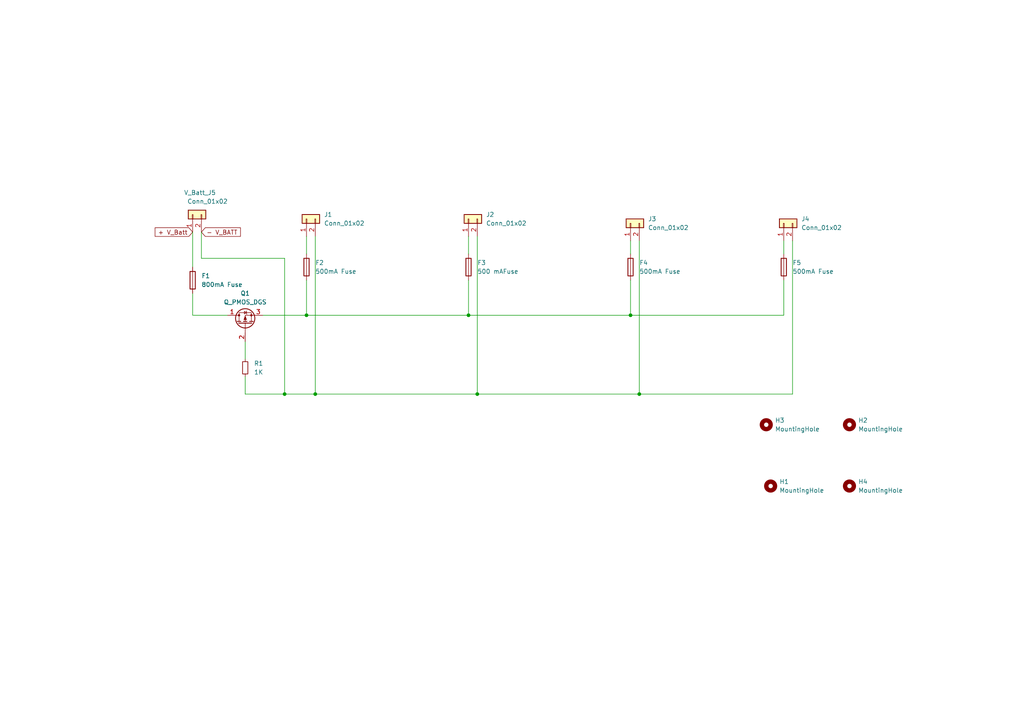
<source format=kicad_sch>
(kicad_sch (version 20230121) (generator eeschema)
  (paper "A4")
  (lib_symbols
    (symbol "Connector_Generic:Conn_01x02" (pin_names (offset 1.016) hide)
      (property "Reference" "J" (at 0 2.54 0))
      (property "Value" "Conn_01x02" (at 0 -5.08 0))
      (symbol "Conn_01x02_1_1"
        (rectangle (start -1.27 -2.413) (end 0 -2.667) (stroke (width 0.1524)))
        (rectangle (start -1.27 0.127) (end 0 -0.127) (stroke (width 0.1524)))
        (rectangle (start -1.27 1.27) (end 1.27 -3.81) (stroke (width 0.254)) (fill (type background)))
        (pin passive line (at -5.08 0 0) (length 3.81) (name "Pin_1") (number "1"))
        (pin passive line (at -5.08 -2.54 0) (length 3.81) (name "Pin_2") (number "2"))
      )
    )
    (symbol "Device:Fuse" (pin_numbers hide) (pin_names (offset 0))
      (property "Reference" "F" (at 2.032 0 90))
      (property "Value" "Fuse" (at -1.905 0 90))
      (symbol "Fuse_0_1"
        (rectangle (start -0.762 -2.54) (end 0.762 2.54) (stroke (width 0.254)))
        (polyline (pts (xy 0 2.54) (xy 0 -2.54)))
      )
      (symbol "Fuse_1_1"
        (pin passive line (at 0 3.81 270) (length 1.27) (name "~") (number "1"))
        (pin passive line (at 0 -3.81 90) (length 1.27) (name "~") (number "2"))
      )
    )
    (symbol "Device:Q_PMOS_DGS" (pin_names (offset 0) hide)
      (property "Reference" "Q" (at 5.08 1.27 0))
      (property "Value" "Q_PMOS_DGS" (at 5.08 -1.27 0))
      (symbol "Q_PMOS_DGS_0_1"
        (polyline (pts (xy 0.254 0) (xy -2.54 0)))
        (polyline (pts (xy 0.254 1.905) (xy 0.254 -1.905)) (stroke (width 0.254)))
        (polyline (pts (xy 0.762 -1.27) (xy 0.762 -2.286)) (stroke (width 0.254)))
        (polyline (pts (xy 0.762 0.508) (xy 0.762 -0.508)) (stroke (width 0.254)))
        (polyline (pts (xy 0.762 2.286) (xy 0.762 1.27)) (stroke (width 0.254)))
        (polyline (pts (xy 2.54 2.54) (xy 2.54 1.778)))
        (polyline (pts (xy 2.54 -2.54) (xy 2.54 0) (xy 0.762 0)))
        (polyline (pts (xy 0.762 1.778) (xy 3.302 1.778) (xy 3.302 -1.778) (xy 0.762 -1.778)))
        (polyline (pts (xy 2.286 0) (xy 1.27 0.381) (xy 1.27 -0.381) (xy 2.286 0)) (fill (type outline)))
        (polyline (pts (xy 2.794 -0.508) (xy 2.921 -0.381) (xy 3.683 -0.381) (xy 3.81 -0.254)))
        (polyline (pts (xy 3.302 -0.381) (xy 2.921 0.254) (xy 3.683 0.254) (xy 3.302 -0.381)))
        (circle (center 1.651 0) (radius 2.794) (stroke (width 0.254)))
        (circle (center 2.54 -1.778) (radius 0.254) (fill (type outline)))
        (circle (center 2.54 1.778) (radius 0.254) (fill (type outline)))
      )
      (symbol "Q_PMOS_DGS_1_1"
        (pin passive line (at 2.54 5.08 270) (length 2.54) (name "D") (number "1"))
        (pin input line (at -5.08 0 0) (length 2.54) (name "G") (number "2"))
        (pin passive line (at 2.54 -5.08 90) (length 2.54) (name "S") (number "3"))
      )
    )
    (symbol "Device:R_Small" (pin_numbers hide) (pin_names (offset 0.254) hide)
      (property "Reference" "R" (at 0.762 0.508 0))
      (property "Value" "R_Small" (at 0.762 -1.016 0))
      (symbol "R_Small_0_1"
        (rectangle (start -0.762 1.778) (end 0.762 -1.778) (stroke (width 0.2032)))
      )
      (symbol "R_Small_1_1"
        (pin passive line (at 0 2.54 270) (length 0.762) (name "~") (number "1"))
        (pin passive line (at 0 -2.54 90) (length 0.762) (name "~") (number "2"))
      )
    )
    (symbol "Mechanical:MountingHole" (pin_names (offset 1.016))
      (property "Reference" "H" (at 0 5.08 0))
      (property "Value" "MountingHole" (at 0 3.175 0))
      (symbol "MountingHole_0_1"
        (circle (center 0 0) (radius 1.27) (stroke (width 1.27)))
      )
    )
  )
  (junction (at 88.9 91.44))
  (junction (at 138.43 114.3))
  (junction (at 91.44 114.3))
  (junction (at 185.42 114.3))
  (junction (at 182.88 91.44))
  (junction (at 82.55 114.3))
  (junction (at 135.89 91.44))
  (wire (pts (xy 135.89 68.58) (xy 135.89 73.66)))
  (wire (pts (xy 185.42 69.85) (xy 185.42 114.3)))
  (wire (pts (xy 138.43 68.58) (xy 138.43 114.3)))
  (wire (pts (xy 88.9 81.28) (xy 88.9 91.44)))
  (wire (pts (xy 227.33 81.28) (xy 227.33 91.44)))
  (wire (pts (xy 182.88 91.44) (xy 227.33 91.44)))
  (wire (pts (xy 182.88 81.28) (xy 182.88 91.44)))
  (wire (pts (xy 55.88 91.44) (xy 66.04 91.44)))
  (wire (pts (xy 135.89 81.28) (xy 135.89 91.44)))
  (wire (pts (xy 76.2 91.44) (xy 88.9 91.44)))
  (wire (pts (xy 229.87 114.3) (xy 229.87 69.85)))
  (wire (pts (xy 58.42 74.93) (xy 58.42 67.31)))
  (wire (pts (xy 182.88 69.85) (xy 182.88 73.66)))
  (wire (pts (xy 88.9 68.58) (xy 88.9 73.66)))
  (wire (pts (xy 91.44 68.58) (xy 91.44 114.3)))
  (wire (pts (xy 55.88 67.31) (xy 55.88 77.47)))
  (wire (pts (xy 82.55 74.93) (xy 82.55 114.3)))
  (wire (pts (xy 88.9 91.44) (xy 135.89 91.44)))
  (wire (pts (xy 71.12 114.3) (xy 71.12 109.22)))
  (wire (pts (xy 82.55 114.3) (xy 91.44 114.3)))
  (wire (pts (xy 185.42 114.3) (xy 229.87 114.3)))
  (wire (pts (xy 71.12 99.06) (xy 71.12 104.14)))
  (wire (pts (xy 55.88 91.44) (xy 55.88 85.09)))
  (wire (pts (xy 227.33 69.85) (xy 227.33 73.66)))
  (wire (pts (xy 138.43 114.3) (xy 185.42 114.3)))
  (wire (pts (xy 91.44 114.3) (xy 138.43 114.3)))
  (wire (pts (xy 135.89 91.44) (xy 182.88 91.44)))
  (wire (pts (xy 71.12 114.3) (xy 82.55 114.3)))
  (wire (pts (xy 82.55 74.93) (xy 58.42 74.93)))
  (global_label "+ V_Batt" (shape input) (at 55.88 67.31 180) (property "Intersheetrefs" "${INTERSHEET_REFS}" (effects hide)))
  (global_label "- V_BATT" (shape input) (at 58.42 67.31 0) (property "Intersheetrefs" "${INTERSHEET_REFS}" (effects hide)))
  (symbol (lib_id "Connector_Generic:Conn_01x02") (at 182.88 64.77 90) (unit 1)
    (property "Reference" "J3" (at 187.96 63.5 90) (effects (justify right)))
    (property "Value" "Conn_01x02" (at 187.96 66.04 90) (effects (justify right)))
    (property "Footprint" "Connector_JST:JST_XH_B2B-XH-A_1x02_P2.50mm_Vertical" (effects hide))
  )
  (symbol (lib_id "Mechanical:MountingHole") (at 223.52 140.97 0) (unit 1)
    (property "Reference" "H1" (at 226.06 139.7 0) (effects (justify left)))
    (property "Value" "MountingHole" (at 226.06 142.24 0) (effects (justify left)))
    (property "Footprint" "MountingHole:MountingHole_3.2mm_M3" (effects hide))
  )
  (symbol (lib_id "Device:Fuse") (at 182.88 77.47 0) (unit 1)
    (property "Reference" "F4" (at 185.42 76.2 0) (effects (justify left)))
    (property "Value" "500mA Fuse" (at 185.42 78.74 0) (effects (justify left)))
    (property "Footprint" "Fuse:Fuse_0603_1608Metric" (effects hide))
    (property "Datasheet" "chrome-extension://efaidnbmnnnibpcajpcglclefindmkaj/https://industrial.panasonic.com/cdbs/www-data/pdf/AFA0000/AFA0000C7.pdf" (effects hide))
  )
  (symbol (lib_id "Mechanical:MountingHole") (at 222.25 123.19 0) (unit 1)
    (property "Reference" "H3" (at 224.79 121.92 0) (effects (justify left)))
    (property "Value" "MountingHole" (at 224.79 124.46 0) (effects (justify left)))
    (property "Footprint" "MountingHole:MountingHole_3.2mm_M3" (effects hide))
  )
  (symbol (lib_id "Connector_Generic:Conn_01x02") (at 135.89 63.5 90) (unit 1)
    (property "Reference" "J2" (at 140.97 62.23 90) (effects (justify right)))
    (property "Value" "Conn_01x02" (at 140.97 64.77 90) (effects (justify right)))
    (property "Footprint" "Connector_JST:JST_XH_B2B-XH-A_1x02_P2.50mm_Vertical" (effects hide))
  )
  (symbol (lib_id "Device:R_Small") (at 71.12 106.68 0) (unit 1)
    (property "Reference" "R1" (at 73.66 105.41 0) (effects (justify left)))
    (property "Value" "1K" (at 73.66 107.95 0) (effects (justify left)))
    (property "Footprint" "Resistor_SMD:R_0402_1005Metric" (effects hide))
    (property "Datasheet" "chrome-extension://efaidnbmnnnibpcajpcglclefindmkaj/https://www.yageo.com/upload/media/product/products/datasheet/rchip/PYu-RC_Group_51_RoHS_L_12.pdf" (effects hide))
  )
  (symbol (lib_id "Connector_Generic:Conn_01x02") (at 227.33 64.77 90) (unit 1)
    (property "Reference" "J4" (at 232.41 63.5 90) (effects (justify right)))
    (property "Value" "Conn_01x02" (at 232.41 66.04 90) (effects (justify right)))
    (property "Footprint" "Connector_JST:JST_XH_B2B-XH-A_1x02_P2.50mm_Vertical" (effects hide))
  )
  (symbol (lib_id "Mechanical:MountingHole") (at 246.38 123.19 0) (unit 1)
    (property "Reference" "H2" (at 248.92 121.92 0) (effects (justify left)))
    (property "Value" "MountingHole" (at 248.92 124.46 0) (effects (justify left)))
    (property "Footprint" "MountingHole:MountingHole_3.2mm_M3" (effects hide))
  )
  (symbol (lib_id "Device:Fuse") (at 55.88 81.28 0) (unit 1)
    (property "Reference" "F1" (at 58.42 80.01 0) (effects (justify left)))
    (property "Value" "800mA Fuse" (at 58.42 82.55 0) (effects (justify left)))
    (property "Footprint" "Fuse:Fuse_0603_1608Metric" (effects hide))
    (property "Datasheet" "chrome-extension://efaidnbmnnnibpcajpcglclefindmkaj/https://www.bourns.com/docs/product-datasheets/sf0603f.pdf" (effects hide))
  )
  (symbol (lib_id "Connector_Generic:Conn_01x02") (at 55.88 62.23 90) (unit 1)
    (property "Reference" "V_Batt_J5" (at 53.34 55.88 90) (effects (justify right)))
    (property "Value" " Conn_01x02" (at 53.34 58.42 90) (effects (justify right)))
    (property "Footprint" "Connector_JST:JST_XH_B2B-XH-A_1x02_P2.50mm_Vertical" (effects hide))
  )
  (symbol (lib_id "Mechanical:MountingHole") (at 246.38 140.97 0) (unit 1)
    (property "Reference" "H4" (at 248.92 139.7 0) (effects (justify left)))
    (property "Value" "MountingHole" (at 248.92 142.24 0) (effects (justify left)))
    (property "Footprint" "MountingHole:MountingHole_3.2mm_M3" (effects hide))
  )
  (symbol (lib_id "Device:Q_PMOS_DGS") (at 71.12 93.98 90) (unit 1)
    (property "Reference" "Q1" (at 71.12 85.09 90))
    (property "Value" "Q_PMOS_DGS" (at 71.12 87.63 90))
    (property "Footprint" "Transistor_Packages:SOT23_Standard" (effects hide))
    (property "Datasheet" "chrome-extension://efaidnbmnnnibpcajpcglclefindmkaj/https://www.diodes.com/assets/Datasheets/DMP3056L.pdf" (effects hide))
  )
  (symbol (lib_id "Device:Fuse") (at 135.89 77.47 0) (unit 1)
    (property "Reference" "F3" (at 138.43 76.2 0) (effects (justify left)))
    (property "Value" "500 mAFuse" (at 138.43 78.74 0) (effects (justify left)))
    (property "Footprint" "Fuse:Fuse_0603_1608Metric" (effects hide))
    (property "Datasheet" "chrome-extension://efaidnbmnnnibpcajpcglclefindmkaj/https://industrial.panasonic.com/cdbs/www-data/pdf/AFA0000/AFA0000C7.pdf" (effects hide))
  )
  (symbol (lib_id "Connector_Generic:Conn_01x02") (at 88.9 63.5 90) (unit 1)
    (property "Reference" "J1" (at 93.98 62.23 90) (effects (justify right)))
    (property "Value" "Conn_01x02" (at 93.98 64.77 90) (effects (justify right)))
    (property "Footprint" "Connector_JST:JST_XH_B2B-XH-A_1x02_P2.50mm_Vertical" (effects hide))
  )
  (symbol (lib_id "Device:Fuse") (at 88.9 77.47 0) (unit 1)
    (property "Reference" "F2" (at 91.44 76.2 0) (effects (justify left)))
    (property "Value" "500mA Fuse" (at 91.44 78.74 0) (effects (justify left)))
    (property "Footprint" "Fuse:Fuse_0603_1608Metric" (effects hide))
    (property "Datasheet" "chrome-extension://efaidnbmnnnibpcajpcglclefindmkaj/https://industrial.panasonic.com/cdbs/www-data/pdf/AFA0000/AFA0000C7.pdf" (effects hide))
  )
  (symbol (lib_id "Device:Fuse") (at 227.33 77.47 0) (unit 1)
    (property "Reference" "F5" (at 229.87 76.2 0) (effects (justify left)))
    (property "Value" "500mA Fuse" (at 229.87 78.74 0) (effects (justify left)))
    (property "Footprint" "Fuse:Fuse_0603_1608Metric" (effects hide))
    (property "Datasheet" "chrome-extension://efaidnbmnnnibpcajpcglclefindmkaj/https://industrial.panasonic.com/cdbs/www-data/pdf/AFA0000/AFA0000C7.pdf" (effects hide))
  )
)
</source>
